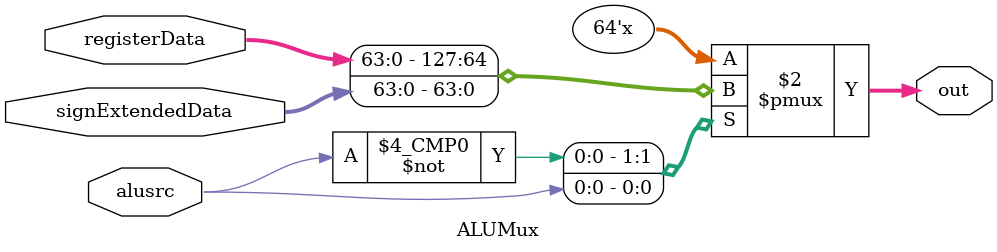
<source format=v>
module ALUMux
(
  input [63:0] registerData,
  input [63:0] signExtendedData,
  input alusrc,
  output reg [63:0] out
);

  always @(*) case (alusrc)
  0: out = registerData;
  1: out = signExtendedData;
  default: out = registerData;
  endcase

endmodule

</source>
